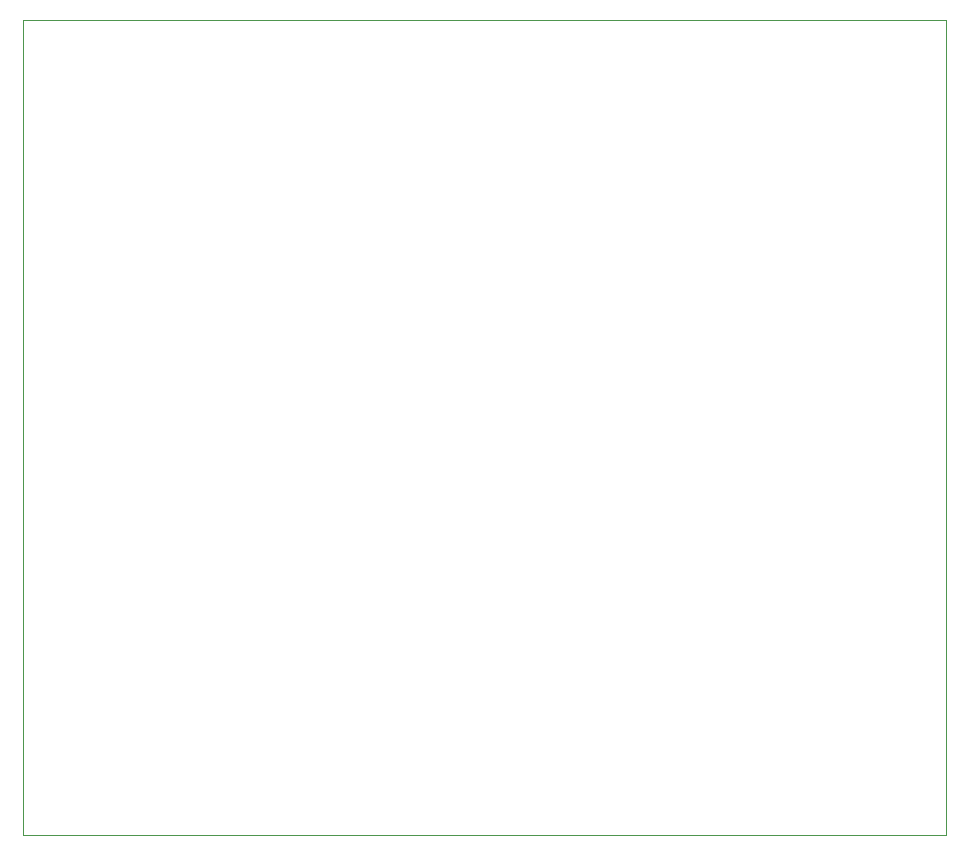
<source format=gbr>
%TF.GenerationSoftware,KiCad,Pcbnew,8.0.7*%
%TF.CreationDate,2025-01-12T17:23:01+01:00*%
%TF.ProjectId,MermaidControlUnit,4d65726d-6169-4644-936f-6e74726f6c55,rev?*%
%TF.SameCoordinates,PXb2564c0PY59d60c0*%
%TF.FileFunction,Profile,NP*%
%FSLAX46Y46*%
G04 Gerber Fmt 4.6, Leading zero omitted, Abs format (unit mm)*
G04 Created by KiCad (PCBNEW 8.0.7) date 2025-01-12 17:23:01*
%MOMM*%
%LPD*%
G01*
G04 APERTURE LIST*
%TA.AperFunction,Profile*%
%ADD10C,0.050000*%
%TD*%
G04 APERTURE END LIST*
D10*
X0Y69000000D02*
X78100000Y69000000D01*
X78100000Y0D01*
X0Y0D01*
X0Y69000000D01*
M02*

</source>
